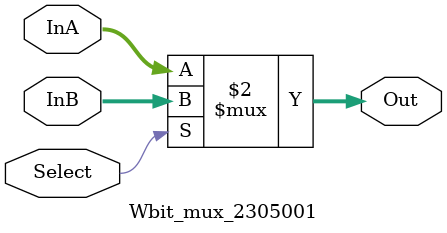
<source format=v>
module Wbit_mux_2305001 #(parameter W=4)(InA,InB,Select,Out);
			output reg [W-1:0] Out;
			input  wire[W-1:0] InA,InB;
			input  Select;
			
			always@(Select)begin
			Out= Select ? InB : InA;
			end
endmodule
</source>
